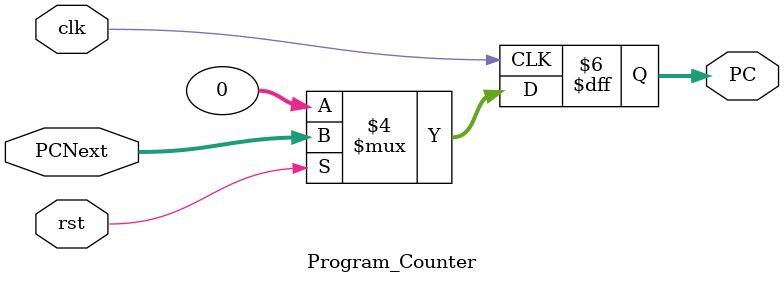
<source format=v>
module Program_Counter(PCNext, PC, rst, clk);
    input [31:0] PCNext;
    input rst, clk;

    output reg [31:0] PC;

    always @ (posedge clk) begin
        if (rst == 1'b0)
        begin  
            PC <= 32'h00000000;
        end
        else 
        begin
            PC <= PCNext;
        end
    end
endmodule
</source>
